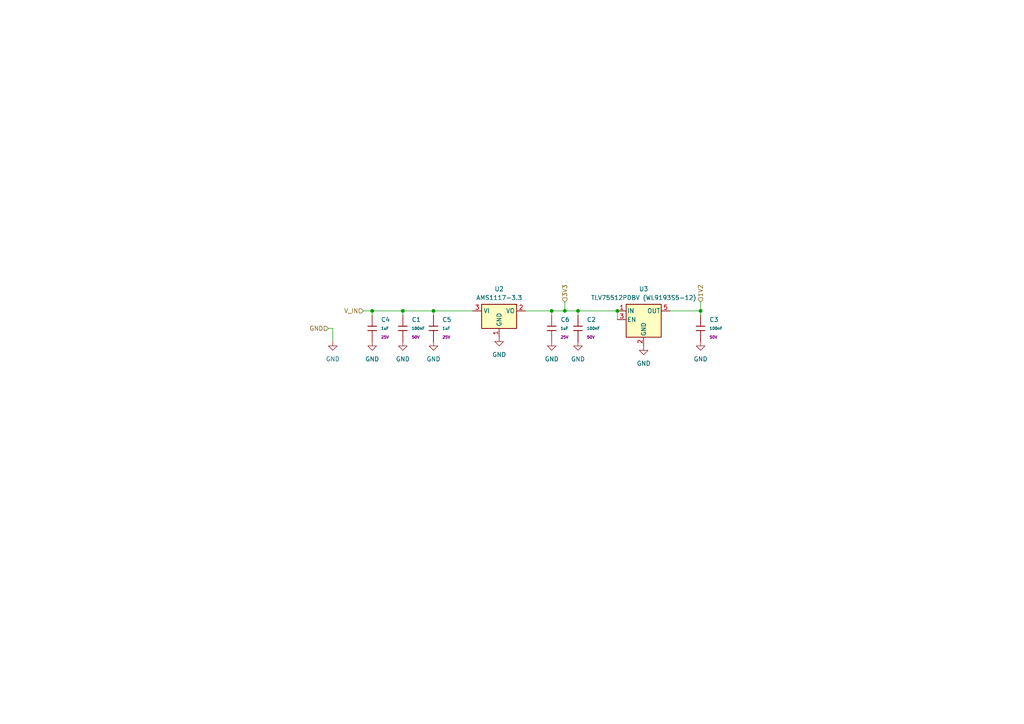
<source format=kicad_sch>
(kicad_sch (version 20250114) (generator "eeschema") (generator_version "9.0")
  (paper "A4")
  (lib_symbols
    (symbol "PCM_JLCPCB-Capacitors:0402,1uF" (pin_numbers (hide yes)) (pin_names (offset 0))
      (property "Reference" "C" (at 2.032 1.668 0))
      (property "Value" "1uF" (at 2.032 -0.3782 0))
      (property "Voltage Rated" "25V" (at 2.032 -2.0462 0))
      (symbol "0402,1uF_0_1"
        (polyline (pts (xy -1.27 0.635) (xy 1.27 0.635)) (stroke (width 0.254)))
        (polyline (pts (xy -1.27 -0.635) (xy 1.27 -0.635)) (stroke (width 0.254)))
      )
      (symbol "0402,1uF_1_1"
        (pin passive line (at 0 3.81 270) (length 3.175) (name "~") (number "1"))
        (pin passive line (at 0 -3.81 90) (length 3.175) (name "~") (number "2"))
      )
    )
    (symbol "PCM_JLCPCB-Capacitors:0603,100nF" (pin_numbers (hide yes)) (pin_names (offset 0))
      (property "Reference" "C" (at 2.032 1.668 0))
      (property "Value" "100nF" (at 2.032 -0.3782 0))
      (property "Voltage Rated" "50V" (at 2.032 -2.0462 0))
      (symbol "0603,100nF_0_1"
        (polyline (pts (xy -1.27 0.635) (xy 1.27 0.635)) (stroke (width 0.254)))
        (polyline (pts (xy -1.27 -0.635) (xy 1.27 -0.635)) (stroke (width 0.254)))
      )
      (symbol "0603,100nF_1_1"
        (pin passive line (at 0 3.81 270) (length 3.175) (name "~") (number "1"))
        (pin passive line (at 0 -3.81 90) (length 3.175) (name "~") (number "2"))
      )
    )
    (symbol "Regulator_Linear:AMS1117-3.3"
      (property "Reference" "U" (at -3.81 3.175 0))
      (property "Value" "AMS1117-3.3" (at 0 3.175 0))
      (symbol "AMS1117-3.3_0_1"
        (rectangle (start -5.08 -5.08) (end 5.08 1.905) (stroke (width 0.254)) (fill (type background)))
      )
      (symbol "AMS1117-3.3_1_1"
        (pin power_in line (at -7.62 0 0) (length 2.54) (name "VI") (number "3"))
        (pin power_in line (at 0 -7.62 90) (length 2.54) (name "GND") (number "1"))
        (pin power_out line (at 7.62 0 180) (length 2.54) (name "VO") (number "2"))
      )
    )
    (symbol "Regulator_Linear:TLV75512PDBV" (pin_names (offset 0.254))
      (property "Reference" "U" (at -3.81 5.715 0))
      (property "Value" "TLV75512PDBV" (at 0 5.715 0))
      (symbol "TLV75512PDBV_0_1"
        (rectangle (start -5.08 4.445) (end 5.08 -5.08) (stroke (width 0.254)) (fill (type background)))
      )
      (symbol "TLV75512PDBV_1_1"
        (pin power_in line (at -7.62 2.54 0) (length 2.54) (name "IN") (number "1"))
        (pin input line (at -7.62 0 0) (length 2.54) (name "EN") (number "3"))
        (pin power_in line (at 0 -7.62 90) (length 2.54) (name "GND") (number "2"))
        (pin no_connect line (at 5.08 0 180) (length 2.54) (hide yes) (name "NC") (number "4"))
        (pin power_out line (at 7.62 2.54 180) (length 2.54) (name "OUT") (number "5"))
      )
    )
    (symbol "power:GND" (power) (pin_numbers (hide yes)) (pin_names (offset 0) (hide yes))
      (property "Value" "GND" (at 0 -3.81 0))
      (symbol "GND_0_1"
        (polyline (pts (xy 0 0) (xy 0 -1.27) (xy 1.27 -1.27) (xy 0 -2.54) (xy -1.27 -1.27) (xy 0 -1.27)))
      )
      (symbol "GND_1_1"
        (pin power_in line (at 0 0 270) (length 0) (name "~") (number "1"))
      )
    )
  )
  (junction (at 179.07 90.17))
  (junction (at 107.95 90.17))
  (junction (at 125.73 90.17))
  (junction (at 163.83 90.17))
  (junction (at 116.84 90.17))
  (junction (at 203.2 90.17))
  (junction (at 167.64 90.17))
  (junction (at 160.02 90.17))
  (wire (pts (xy 167.64 90.17) (xy 167.64 91.44)))
  (wire (pts (xy 96.52 95.25) (xy 95.25 95.25)))
  (wire (pts (xy 160.02 90.17) (xy 160.02 91.44)))
  (wire (pts (xy 125.73 90.17) (xy 116.84 90.17)))
  (wire (pts (xy 96.52 99.06) (xy 96.52 95.25)))
  (wire (pts (xy 105.41 90.17) (xy 107.95 90.17)))
  (wire (pts (xy 194.31 90.17) (xy 203.2 90.17)))
  (wire (pts (xy 116.84 90.17) (xy 116.84 91.44)))
  (wire (pts (xy 152.4 90.17) (xy 160.02 90.17)))
  (wire (pts (xy 107.95 90.17) (xy 107.95 91.44)))
  (wire (pts (xy 116.84 90.17) (xy 107.95 90.17)))
  (wire (pts (xy 160.02 90.17) (xy 163.83 90.17)))
  (wire (pts (xy 163.83 87.63) (xy 163.83 90.17)))
  (wire (pts (xy 203.2 87.63) (xy 203.2 90.17)))
  (wire (pts (xy 167.64 90.17) (xy 179.07 90.17)))
  (wire (pts (xy 179.07 90.17) (xy 179.07 92.71)))
  (wire (pts (xy 125.73 90.17) (xy 125.73 91.44)))
  (wire (pts (xy 203.2 90.17) (xy 203.2 91.44)))
  (wire (pts (xy 137.16 90.17) (xy 125.73 90.17)))
  (wire (pts (xy 163.83 90.17) (xy 167.64 90.17)))
  (hierarchical_label "3V3" (shape input) (at 163.83 87.63 90))
  (hierarchical_label "V_IN" (shape input) (at 105.41 90.17 180))
  (hierarchical_label "GND" (shape input) (at 95.25 95.25 180))
  (hierarchical_label "1V2" (shape input) (at 203.2 87.63 90))
  (symbol (lib_id "power:GND") (at 107.95 99.06 0) (unit 1)
    (property "Reference" "#PWR01" (effects (hide yes)))
    (property "Value" "GND" (at 107.95 104.14 0))
    (property "Description" "Power symbol creates a global label with name \"GND\" , ground" (effects (hide yes)))
  )
  (symbol (lib_id "PCM_JLCPCB-Capacitors:0402,1uF") (at 107.95 95.25 0) (unit 1)
    (property "Reference" "C4" (at 110.49 92.7099 0) (effects (justify left)))
    (property "Value" "1uF" (at 110.49 95.25 0) (effects (font (size 0.8 0.8)) (justify left)))
    (property "Footprint" "PCM_JLCPCB:C_0402" (effects (hide yes)))
    (property "Datasheet" "https://www.lcsc.com/datasheet/lcsc_datasheet_2304140030_Samsung-Electro-Mechanics-CL05A105KA5NQNC_C52923.pdf" (effects (hide yes)))
    (property "Description" "25V 1uF X5R ±10% 0402 Multilayer Ceramic Capacitors MLCC - SMD/SMT ROHS" (effects (hide yes)))
    (property "LCSC" "C52923" (effects (hide yes)))
    (property "Stock" "7021828" (effects (hide yes)))
    (property "Price" "0.006USD" (effects (hide yes)))
    (property "Process" "SMT" (effects (hide yes)))
    (property "Minimum Qty" "20" (effects (hide yes)))
    (property "Attrition Qty" "10" (effects (hide yes)))
    (property "Class" "Basic Component" (effects (hide yes)))
    (property "Category" "Capacitors,Multilayer Ceramic Capacitors MLCC - SMD/SMT" (effects (hide yes)))
    (property "Manufacturer" "Samsung Electro-Mechanics" (effects (hide yes)))
    (property "Part" "CL05A105KA5NQNC" (effects (hide yes)))
    (property "Voltage Rated" "25V" (at 110.49 97.79 0) (effects (font (size 0.8 0.8)) (justify left)))
    (property "Tolerance" "±10%" (effects (hide yes)))
    (property "Capacitance" "1uF" (effects (hide yes)))
    (property "Temperature Coefficient" "X5R" (effects (hide yes)))
  )
  (symbol (lib_id "PCM_JLCPCB-Capacitors:0603,100nF") (at 167.64 95.25 0) (unit 1)
    (property "Reference" "C2" (at 170.18 92.7099 0) (effects (justify left)))
    (property "Value" "100nF" (at 170.18 95.25 0) (effects (font (size 0.8 0.8)) (justify left)))
    (property "Footprint" "PCM_JLCPCB:C_0603" (effects (hide yes)))
    (property "Datasheet" "https://www.lcsc.com/datasheet/lcsc_datasheet_2211101700_YAGEO-CC0603KRX7R9BB104_C14663.pdf" (effects (hide yes)))
    (property "Description" "50V 100nF X7R ±10% 0603 Multilayer Ceramic Capacitors MLCC - SMD/SMT ROHS" (effects (hide yes)))
    (property "LCSC" "C14663" (effects (hide yes)))
    (property "Stock" "70324515" (effects (hide yes)))
    (property "Price" "0.006USD" (effects (hide yes)))
    (property "Process" "SMT" (effects (hide yes)))
    (property "Minimum Qty" "20" (effects (hide yes)))
    (property "Attrition Qty" "10" (effects (hide yes)))
    (property "Class" "Basic Component" (effects (hide yes)))
    (property "Category" "Capacitors,Multilayer Ceramic Capacitors MLCC - SMD/SMT" (effects (hide yes)))
    (property "Manufacturer" "YAGEO" (effects (hide yes)))
    (property "Part" "CC0603KRX7R9BB104" (effects (hide yes)))
    (property "Voltage Rated" "50V" (at 170.18 97.79 0) (effects (font (size 0.8 0.8)) (justify left)))
    (property "Tolerance" "±10%" (effects (hide yes)))
    (property "Capacitance" "100nF" (effects (hide yes)))
    (property "Temperature Coefficient" "X7R" (effects (hide yes)))
  )
  (symbol (lib_id "power:GND") (at 125.73 99.06 0) (unit 1)
    (property "Reference" "#PWR03" (effects (hide yes)))
    (property "Value" "GND" (at 125.73 104.14 0))
    (property "Description" "Power symbol creates a global label with name \"GND\" , ground" (effects (hide yes)))
  )
  (symbol (lib_id "power:GND") (at 116.84 99.06 0) (unit 1)
    (property "Reference" "#PWR02" (effects (hide yes)))
    (property "Value" "GND" (at 116.84 104.14 0))
    (property "Description" "Power symbol creates a global label with name \"GND\" , ground" (effects (hide yes)))
  )
  (symbol (lib_id "PCM_JLCPCB-Capacitors:0603,100nF") (at 203.2 95.25 0) (unit 1)
    (property "Reference" "C3" (at 205.74 92.7099 0) (effects (justify left)))
    (property "Value" "100nF" (at 205.74 95.25 0) (effects (font (size 0.8 0.8)) (justify left)))
    (property "Footprint" "PCM_JLCPCB:C_0603" (effects (hide yes)))
    (property "Datasheet" "https://www.lcsc.com/datasheet/lcsc_datasheet_2211101700_YAGEO-CC0603KRX7R9BB104_C14663.pdf" (effects (hide yes)))
    (property "Description" "50V 100nF X7R ±10% 0603 Multilayer Ceramic Capacitors MLCC - SMD/SMT ROHS" (effects (hide yes)))
    (property "LCSC" "C14663" (effects (hide yes)))
    (property "Stock" "70324515" (effects (hide yes)))
    (property "Price" "0.006USD" (effects (hide yes)))
    (property "Process" "SMT" (effects (hide yes)))
    (property "Minimum Qty" "20" (effects (hide yes)))
    (property "Attrition Qty" "10" (effects (hide yes)))
    (property "Class" "Basic Component" (effects (hide yes)))
    (property "Category" "Capacitors,Multilayer Ceramic Capacitors MLCC - SMD/SMT" (effects (hide yes)))
    (property "Manufacturer" "YAGEO" (effects (hide yes)))
    (property "Part" "CC0603KRX7R9BB104" (effects (hide yes)))
    (property "Voltage Rated" "50V" (at 205.74 97.79 0) (effects (font (size 0.8 0.8)) (justify left)))
    (property "Tolerance" "±10%" (effects (hide yes)))
    (property "Capacitance" "100nF" (effects (hide yes)))
    (property "Temperature Coefficient" "X7R" (effects (hide yes)))
  )
  (symbol (lib_id "power:GND") (at 203.2 99.06 0) (unit 1)
    (property "Reference" "#PWR08" (effects (hide yes)))
    (property "Value" "GND" (at 203.2 104.14 0))
    (property "Description" "Power symbol creates a global label with name \"GND\" , ground" (effects (hide yes)))
  )
  (symbol (lib_id "power:GND") (at 167.64 99.06 0) (unit 1)
    (property "Reference" "#PWR06" (effects (hide yes)))
    (property "Value" "GND" (at 167.64 104.14 0))
    (property "Description" "Power symbol creates a global label with name \"GND\" , ground" (effects (hide yes)))
  )
  (symbol (lib_id "Regulator_Linear:TLV75512PDBV") (at 186.69 92.71 0) (unit 1)
    (property "Reference" "U3" (at 186.69 83.82 0))
    (property "Value" "TLV75512PDBV (WL9193S5-12)" (at 186.69 86.36 0))
    (property "Footprint" "Package_TO_SOT_SMD:SOT-23-5" (effects (hide yes)))
    (property "Datasheet" "http://www.ti.com/lit/ds/symlink/tlv755p.pdf" (effects (hide yes)))
    (property "Description" "500mA Low IQ Small Size Low Dropout Voltage Regulator, Fixed Output 1.2V, SOT-23-5" (effects (hide yes)))
  )
  (symbol (lib_id "power:GND") (at 160.02 99.06 0) (unit 1)
    (property "Reference" "#PWR05" (effects (hide yes)))
    (property "Value" "GND" (at 160.02 104.14 0))
    (property "Description" "Power symbol creates a global label with name \"GND\" , ground" (effects (hide yes)))
  )
  (symbol (lib_id "power:GND") (at 186.69 100.33 0) (unit 1)
    (property "Reference" "#PWR07" (effects (hide yes)))
    (property "Value" "GND" (at 186.69 105.41 0))
    (property "Description" "Power symbol creates a global label with name \"GND\" , ground" (effects (hide yes)))
  )
  (symbol (lib_id "PCM_JLCPCB-Capacitors:0603,100nF") (at 116.84 95.25 0) (unit 1)
    (property "Reference" "C1" (at 119.38 92.7099 0) (effects (justify left)))
    (property "Value" "100nF" (at 119.38 95.25 0) (effects (font (size 0.8 0.8)) (justify left)))
    (property "Footprint" "PCM_JLCPCB:C_0603" (effects (hide yes)))
    (property "Datasheet" "https://www.lcsc.com/datasheet/lcsc_datasheet_2211101700_YAGEO-CC0603KRX7R9BB104_C14663.pdf" (effects (hide yes)))
    (property "Description" "50V 100nF X7R ±10% 0603 Multilayer Ceramic Capacitors MLCC - SMD/SMT ROHS" (effects (hide yes)))
    (property "LCSC" "C14663" (effects (hide yes)))
    (property "Stock" "70324515" (effects (hide yes)))
    (property "Price" "0.006USD" (effects (hide yes)))
    (property "Process" "SMT" (effects (hide yes)))
    (property "Minimum Qty" "20" (effects (hide yes)))
    (property "Attrition Qty" "10" (effects (hide yes)))
    (property "Class" "Basic Component" (effects (hide yes)))
    (property "Category" "Capacitors,Multilayer Ceramic Capacitors MLCC - SMD/SMT" (effects (hide yes)))
    (property "Manufacturer" "YAGEO" (effects (hide yes)))
    (property "Part" "CC0603KRX7R9BB104" (effects (hide yes)))
    (property "Voltage Rated" "50V" (at 119.38 97.79 0) (effects (font (size 0.8 0.8)) (justify left)))
    (property "Tolerance" "±10%" (effects (hide yes)))
    (property "Capacitance" "100nF" (effects (hide yes)))
    (property "Temperature Coefficient" "X7R" (effects (hide yes)))
  )
  (symbol (lib_id "power:GND") (at 96.52 99.06 0) (unit 1)
    (property "Reference" "#PWR09" (effects (hide yes)))
    (property "Value" "GND" (at 96.52 104.14 0))
    (property "Description" "Power symbol creates a global label with name \"GND\" , ground" (effects (hide yes)))
  )
  (symbol (lib_id "Regulator_Linear:AMS1117-3.3") (at 144.78 90.17 0) (unit 1)
    (property "Reference" "U2" (at 144.78 83.82 0))
    (property "Value" "AMS1117-3.3" (at 144.78 86.36 0))
    (property "Footprint" "Package_TO_SOT_SMD:SOT-223-3_TabPin2" (effects (hide yes)))
    (property "Datasheet" "http://www.advanced-monolithic.com/pdf/ds1117.pdf" (effects (hide yes)))
    (property "Description" "1A Low Dropout regulator, positive, 3.3V fixed output, SOT-223" (effects (hide yes)))
  )
  (symbol (lib_id "PCM_JLCPCB-Capacitors:0402,1uF") (at 125.73 95.25 0) (unit 1)
    (property "Reference" "C5" (at 128.27 92.7099 0) (effects (justify left)))
    (property "Value" "1uF" (at 128.27 95.25 0) (effects (font (size 0.8 0.8)) (justify left)))
    (property "Footprint" "PCM_JLCPCB:C_0402" (effects (hide yes)))
    (property "Datasheet" "https://www.lcsc.com/datasheet/lcsc_datasheet_2304140030_Samsung-Electro-Mechanics-CL05A105KA5NQNC_C52923.pdf" (effects (hide yes)))
    (property "Description" "25V 1uF X5R ±10% 0402 Multilayer Ceramic Capacitors MLCC - SMD/SMT ROHS" (effects (hide yes)))
    (property "LCSC" "C52923" (effects (hide yes)))
    (property "Stock" "7021828" (effects (hide yes)))
    (property "Price" "0.006USD" (effects (hide yes)))
    (property "Process" "SMT" (effects (hide yes)))
    (property "Minimum Qty" "20" (effects (hide yes)))
    (property "Attrition Qty" "10" (effects (hide yes)))
    (property "Class" "Basic Component" (effects (hide yes)))
    (property "Category" "Capacitors,Multilayer Ceramic Capacitors MLCC - SMD/SMT" (effects (hide yes)))
    (property "Manufacturer" "Samsung Electro-Mechanics" (effects (hide yes)))
    (property "Part" "CL05A105KA5NQNC" (effects (hide yes)))
    (property "Voltage Rated" "25V" (at 128.27 97.79 0) (effects (font (size 0.8 0.8)) (justify left)))
    (property "Tolerance" "±10%" (effects (hide yes)))
    (property "Capacitance" "1uF" (effects (hide yes)))
    (property "Temperature Coefficient" "X5R" (effects (hide yes)))
  )
  (symbol (lib_id "power:GND") (at 144.78 97.79 0) (unit 1)
    (property "Reference" "#PWR04" (effects (hide yes)))
    (property "Value" "GND" (at 144.78 102.87 0))
    (property "Description" "Power symbol creates a global label with name \"GND\" , ground" (effects (hide yes)))
  )
  (symbol (lib_id "PCM_JLCPCB-Capacitors:0402,1uF") (at 160.02 95.25 0) (unit 1)
    (property "Reference" "C6" (at 162.56 92.7099 0) (effects (justify left)))
    (property "Value" "1uF" (at 162.56 95.25 0) (effects (font (size 0.8 0.8)) (justify left)))
    (property "Footprint" "PCM_JLCPCB:C_0402" (effects (hide yes)))
    (property "Datasheet" "https://www.lcsc.com/datasheet/lcsc_datasheet_2304140030_Samsung-Electro-Mechanics-CL05A105KA5NQNC_C52923.pdf" (effects (hide yes)))
    (property "Description" "25V 1uF X5R ±10% 0402 Multilayer Ceramic Capacitors MLCC - SMD/SMT ROHS" (effects (hide yes)))
    (property "LCSC" "C52923" (effects (hide yes)))
    (property "Stock" "7021828" (effects (hide yes)))
    (property "Price" "0.006USD" (effects (hide yes)))
    (property "Process" "SMT" (effects (hide yes)))
    (property "Minimum Qty" "20" (effects (hide yes)))
    (property "Attrition Qty" "10" (effects (hide yes)))
    (property "Class" "Basic Component" (effects (hide yes)))
    (property "Category" "Capacitors,Multilayer Ceramic Capacitors MLCC - SMD/SMT" (effects (hide yes)))
    (property "Manufacturer" "Samsung Electro-Mechanics" (effects (hide yes)))
    (property "Part" "CL05A105KA5NQNC" (effects (hide yes)))
    (property "Voltage Rated" "25V" (at 162.56 97.79 0) (effects (font (size 0.8 0.8)) (justify left)))
    (property "Tolerance" "±10%" (effects (hide yes)))
    (property "Capacitance" "1uF" (effects (hide yes)))
    (property "Temperature Coefficient" "X5R" (effects (hide yes)))
  )
)
</source>
